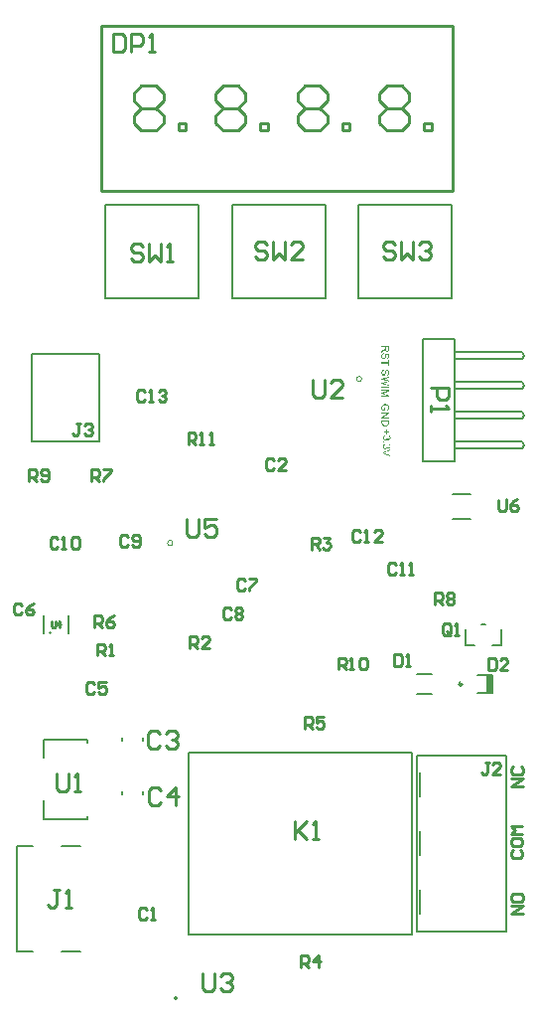
<source format=gto>
G04*
G04 #@! TF.GenerationSoftware,Altium Limited,Altium Designer,25.8.1 (18)*
G04*
G04 Layer_Color=65535*
%FSLAX44Y44*%
%MOMM*%
G71*
G04*
G04 #@! TF.SameCoordinates,9FB52167-E1BE-4782-BDCD-D2F078FF21A9*
G04*
G04*
G04 #@! TF.FilePolarity,Positive*
G04*
G01*
G75*
%ADD10C,0.0500*%
%ADD11C,0.2500*%
%ADD12C,0.1270*%
%ADD13C,0.2000*%
%ADD14C,0.2540*%
%ADD15R,0.5080X1.5870*%
G36*
X324518Y584649D02*
X324509Y584575D01*
Y584491D01*
X324500Y584297D01*
X324472Y584094D01*
X324444Y583872D01*
X324398Y583669D01*
X324370Y583567D01*
X324342Y583484D01*
Y583474D01*
X324333Y583465D01*
X324305Y583410D01*
X324269Y583326D01*
X324204Y583225D01*
X324121Y583114D01*
X324010Y582994D01*
X323880Y582883D01*
X323732Y582772D01*
X323723D01*
X323714Y582762D01*
X323658Y582725D01*
X323566Y582688D01*
X323446Y582633D01*
X323307Y582587D01*
X323141Y582541D01*
X322965Y582513D01*
X322771Y582504D01*
X322761D01*
X322743D01*
X322706D01*
X322660Y582513D01*
X322595D01*
X322530Y582522D01*
X322373Y582559D01*
X322188Y582615D01*
X321994Y582688D01*
X321800Y582799D01*
X321707Y582873D01*
X321615Y582947D01*
X321606Y582957D01*
X321597Y582966D01*
X321569Y582994D01*
X321541Y583031D01*
X321504Y583077D01*
X321467Y583132D01*
X321421Y583206D01*
X321365Y583280D01*
X321319Y583373D01*
X321273Y583474D01*
X321217Y583585D01*
X321171Y583705D01*
X321134Y583844D01*
X321088Y583983D01*
X321060Y584140D01*
X321033Y584306D01*
X321023Y584288D01*
X321005Y584251D01*
X320968Y584196D01*
X320931Y584122D01*
X320829Y583955D01*
X320765Y583872D01*
X320709Y583798D01*
X320690Y583779D01*
X320644Y583733D01*
X320570Y583659D01*
X320478Y583567D01*
X320348Y583465D01*
X320210Y583345D01*
X320043Y583225D01*
X319858Y583095D01*
X318120Y581995D01*
Y583049D01*
X319452Y583890D01*
X319461D01*
X319479Y583909D01*
X319507Y583927D01*
X319544Y583955D01*
X319646Y584020D01*
X319775Y584103D01*
X319914Y584205D01*
X320062Y584306D01*
X320201Y584408D01*
X320330Y584501D01*
X320339Y584510D01*
X320376Y584538D01*
X320432Y584584D01*
X320496Y584649D01*
X320635Y584787D01*
X320700Y584861D01*
X320755Y584935D01*
X320765Y584944D01*
X320774Y584963D01*
X320792Y585000D01*
X320820Y585055D01*
X320848Y585111D01*
X320875Y585176D01*
X320922Y585323D01*
Y585333D01*
X320931Y585351D01*
Y585388D01*
X320940Y585434D01*
X320949Y585499D01*
Y585573D01*
X320959Y585675D01*
Y586766D01*
X318120D01*
Y587616D01*
X324518D01*
Y584649D01*
D02*
G37*
G36*
X320247Y580664D02*
X320238D01*
X320228D01*
X320201Y580654D01*
X320163D01*
X320080Y580636D01*
X319960Y580608D01*
X319840Y580571D01*
X319701Y580534D01*
X319572Y580470D01*
X319452Y580405D01*
X319442Y580396D01*
X319405Y580368D01*
X319341Y580322D01*
X319276Y580248D01*
X319193Y580155D01*
X319109Y580053D01*
X319026Y579915D01*
X318952Y579767D01*
Y579758D01*
X318943Y579748D01*
X318934Y579721D01*
X318925Y579693D01*
X318897Y579600D01*
X318860Y579480D01*
X318823Y579332D01*
X318795Y579166D01*
X318777Y578981D01*
X318767Y578778D01*
Y578694D01*
X318777Y578602D01*
X318786Y578491D01*
X318804Y578362D01*
X318823Y578214D01*
X318860Y578066D01*
X318906Y577927D01*
X318915Y577909D01*
X318934Y577862D01*
X318971Y577798D01*
X319008Y577714D01*
X319072Y577631D01*
X319137Y577539D01*
X319211Y577446D01*
X319304Y577372D01*
X319313Y577363D01*
X319350Y577345D01*
X319396Y577317D01*
X319470Y577280D01*
X319544Y577243D01*
X319636Y577215D01*
X319738Y577197D01*
X319849Y577187D01*
X319858D01*
X319905D01*
X319960Y577197D01*
X320034Y577206D01*
X320108Y577234D01*
X320201Y577261D01*
X320293Y577308D01*
X320376Y577372D01*
X320385Y577382D01*
X320413Y577409D01*
X320450Y577446D01*
X320506Y577511D01*
X320561Y577585D01*
X320626Y577687D01*
X320690Y577807D01*
X320746Y577946D01*
X320755Y577955D01*
X320765Y578001D01*
X320792Y578075D01*
X320802Y578121D01*
X320820Y578186D01*
X320848Y578251D01*
X320866Y578334D01*
X320894Y578426D01*
X320922Y578537D01*
X320949Y578648D01*
X320986Y578778D01*
X321023Y578926D01*
X321060Y579083D01*
Y579092D01*
X321070Y579120D01*
X321079Y579166D01*
X321097Y579221D01*
X321116Y579295D01*
X321134Y579379D01*
X321190Y579563D01*
X321255Y579767D01*
X321319Y579980D01*
X321384Y580164D01*
X321421Y580248D01*
X321458Y580322D01*
Y580331D01*
X321467Y580340D01*
X321504Y580396D01*
X321550Y580479D01*
X321624Y580571D01*
X321707Y580682D01*
X321809Y580793D01*
X321929Y580904D01*
X322059Y580997D01*
X322077Y581006D01*
X322124Y581034D01*
X322198Y581071D01*
X322290Y581107D01*
X322410Y581144D01*
X322549Y581181D01*
X322697Y581209D01*
X322854Y581218D01*
X322863D01*
X322873D01*
X322900D01*
X322937D01*
X323030Y581200D01*
X323150Y581181D01*
X323288Y581154D01*
X323446Y581107D01*
X323603Y581043D01*
X323760Y580950D01*
X323769D01*
X323778Y580941D01*
X323834Y580895D01*
X323908Y580830D01*
X324000Y580747D01*
X324102Y580636D01*
X324213Y580497D01*
X324315Y580331D01*
X324407Y580146D01*
Y580137D01*
X324417Y580118D01*
X324426Y580090D01*
X324444Y580053D01*
X324463Y580007D01*
X324481Y579943D01*
X324518Y579804D01*
X324555Y579628D01*
X324592Y579425D01*
X324620Y579212D01*
X324629Y578972D01*
Y578852D01*
X324620Y578787D01*
Y578722D01*
X324601Y578546D01*
X324574Y578352D01*
X324527Y578149D01*
X324472Y577927D01*
X324398Y577724D01*
Y577714D01*
X324389Y577696D01*
X324370Y577668D01*
X324352Y577631D01*
X324305Y577539D01*
X324222Y577419D01*
X324130Y577280D01*
X324010Y577141D01*
X323871Y577012D01*
X323714Y576892D01*
X323705D01*
X323695Y576882D01*
X323668Y576864D01*
X323640Y576845D01*
X323547Y576799D01*
X323427Y576744D01*
X323279Y576679D01*
X323104Y576633D01*
X322919Y576586D01*
X322715Y576568D01*
X322651Y577382D01*
X322660D01*
X322678D01*
X322706Y577391D01*
X322752Y577400D01*
X322854Y577428D01*
X322993Y577465D01*
X323141Y577520D01*
X323288Y577603D01*
X323427Y577705D01*
X323557Y577835D01*
X323566Y577853D01*
X323603Y577899D01*
X323658Y577992D01*
X323714Y578112D01*
X323769Y578269D01*
X323825Y578454D01*
X323862Y578685D01*
X323871Y578944D01*
Y579073D01*
X323862Y579129D01*
X323853Y579203D01*
X323834Y579369D01*
X323797Y579554D01*
X323751Y579739D01*
X323677Y579915D01*
X323631Y579989D01*
X323584Y580063D01*
X323575Y580081D01*
X323538Y580118D01*
X323473Y580174D01*
X323400Y580229D01*
X323298Y580294D01*
X323187Y580349D01*
X323057Y580386D01*
X322910Y580405D01*
X322891D01*
X322854D01*
X322789Y580396D01*
X322715Y580377D01*
X322623Y580349D01*
X322530Y580303D01*
X322438Y580248D01*
X322346Y580164D01*
X322336Y580155D01*
X322309Y580109D01*
X322281Y580072D01*
X322262Y580035D01*
X322234Y579980D01*
X322198Y579915D01*
X322170Y579832D01*
X322133Y579739D01*
X322096Y579637D01*
X322050Y579517D01*
X322013Y579388D01*
X321966Y579240D01*
X321929Y579073D01*
X321883Y578889D01*
Y578879D01*
X321874Y578842D01*
X321865Y578787D01*
X321846Y578722D01*
X321828Y578639D01*
X321800Y578537D01*
X321772Y578436D01*
X321744Y578325D01*
X321680Y578084D01*
X321615Y577853D01*
X321578Y577742D01*
X321541Y577640D01*
X321513Y577548D01*
X321476Y577474D01*
Y577465D01*
X321467Y577446D01*
X321449Y577419D01*
X321430Y577382D01*
X321375Y577280D01*
X321301Y577160D01*
X321199Y577021D01*
X321088Y576882D01*
X320959Y576753D01*
X320820Y576642D01*
X320802Y576633D01*
X320755Y576596D01*
X320672Y576559D01*
X320561Y576503D01*
X320432Y576457D01*
X320275Y576411D01*
X320099Y576383D01*
X319914Y576374D01*
X319905D01*
X319895D01*
X319868D01*
X319831D01*
X319729Y576392D01*
X319599Y576411D01*
X319452Y576448D01*
X319294Y576494D01*
X319128Y576568D01*
X318952Y576670D01*
X318943D01*
X318934Y576679D01*
X318878Y576725D01*
X318795Y576790D01*
X318703Y576882D01*
X318592Y577002D01*
X318472Y577150D01*
X318361Y577317D01*
X318259Y577511D01*
Y577520D01*
X318250Y577539D01*
X318240Y577566D01*
X318222Y577603D01*
X318204Y577659D01*
X318176Y577724D01*
X318139Y577872D01*
X318092Y578047D01*
X318046Y578260D01*
X318018Y578491D01*
X318009Y578741D01*
Y578889D01*
X318018Y578963D01*
Y579046D01*
X318028Y579138D01*
X318037Y579249D01*
X318074Y579480D01*
X318111Y579721D01*
X318176Y579961D01*
X318259Y580192D01*
Y580201D01*
X318268Y580220D01*
X318287Y580248D01*
X318305Y580285D01*
X318361Y580396D01*
X318444Y580525D01*
X318555Y580673D01*
X318684Y580830D01*
X318841Y580978D01*
X319017Y581117D01*
X319026D01*
X319045Y581135D01*
X319072Y581144D01*
X319109Y581172D01*
X319156Y581191D01*
X319211Y581218D01*
X319350Y581283D01*
X319526Y581348D01*
X319720Y581403D01*
X319942Y581440D01*
X320173Y581459D01*
X320247Y580664D01*
D02*
G37*
G36*
X324518Y570623D02*
X323760D01*
Y572731D01*
X318120D01*
Y573582D01*
X323760D01*
Y575690D01*
X324518D01*
Y570623D01*
D02*
G37*
G36*
X320247Y566501D02*
X320238D01*
X320228D01*
X320201Y566492D01*
X320164D01*
X320080Y566474D01*
X319960Y566446D01*
X319840Y566409D01*
X319701Y566372D01*
X319572Y566307D01*
X319452Y566242D01*
X319442Y566233D01*
X319405Y566205D01*
X319341Y566159D01*
X319276Y566085D01*
X319193Y565993D01*
X319110Y565891D01*
X319026Y565752D01*
X318952Y565604D01*
Y565595D01*
X318943Y565586D01*
X318934Y565558D01*
X318925Y565530D01*
X318897Y565438D01*
X318860Y565318D01*
X318823Y565170D01*
X318795Y565003D01*
X318777Y564818D01*
X318768Y564615D01*
Y564532D01*
X318777Y564440D01*
X318786Y564328D01*
X318804Y564199D01*
X318823Y564051D01*
X318860Y563903D01*
X318906Y563764D01*
X318915Y563746D01*
X318934Y563700D01*
X318971Y563635D01*
X319008Y563552D01*
X319073Y563469D01*
X319137Y563376D01*
X319211Y563284D01*
X319304Y563210D01*
X319313Y563200D01*
X319350Y563182D01*
X319396Y563154D01*
X319470Y563117D01*
X319544Y563080D01*
X319637Y563053D01*
X319738Y563034D01*
X319849Y563025D01*
X319858D01*
X319905D01*
X319960Y563034D01*
X320034Y563043D01*
X320108Y563071D01*
X320201Y563099D01*
X320293Y563145D01*
X320376Y563210D01*
X320386Y563219D01*
X320413Y563247D01*
X320450Y563284D01*
X320506Y563349D01*
X320561Y563422D01*
X320626Y563524D01*
X320691Y563644D01*
X320746Y563783D01*
X320755Y563792D01*
X320765Y563839D01*
X320792Y563913D01*
X320802Y563959D01*
X320820Y564023D01*
X320848Y564088D01*
X320866Y564171D01*
X320894Y564264D01*
X320922Y564375D01*
X320949Y564486D01*
X320986Y564615D01*
X321023Y564763D01*
X321060Y564920D01*
Y564930D01*
X321070Y564957D01*
X321079Y565003D01*
X321097Y565059D01*
X321116Y565133D01*
X321134Y565216D01*
X321190Y565401D01*
X321255Y565604D01*
X321319Y565817D01*
X321384Y566002D01*
X321421Y566085D01*
X321458Y566159D01*
Y566168D01*
X321467Y566178D01*
X321504Y566233D01*
X321550Y566316D01*
X321624Y566409D01*
X321708Y566520D01*
X321809Y566631D01*
X321930Y566742D01*
X322059Y566834D01*
X322077Y566843D01*
X322124Y566871D01*
X322198Y566908D01*
X322290Y566945D01*
X322410Y566982D01*
X322549Y567019D01*
X322697Y567047D01*
X322854Y567056D01*
X322863D01*
X322873D01*
X322900D01*
X322937D01*
X323030Y567038D01*
X323150Y567019D01*
X323289Y566991D01*
X323446Y566945D01*
X323603Y566880D01*
X323760Y566788D01*
X323769D01*
X323779Y566779D01*
X323834Y566732D01*
X323908Y566668D01*
X324001Y566584D01*
X324102Y566474D01*
X324213Y566335D01*
X324315Y566168D01*
X324407Y565984D01*
Y565974D01*
X324417Y565956D01*
X324426Y565928D01*
X324444Y565891D01*
X324463Y565845D01*
X324481Y565780D01*
X324518Y565641D01*
X324555Y565466D01*
X324592Y565262D01*
X324620Y565050D01*
X324629Y564809D01*
Y564689D01*
X324620Y564624D01*
Y564560D01*
X324602Y564384D01*
X324574Y564190D01*
X324528Y563986D01*
X324472Y563764D01*
X324398Y563561D01*
Y563552D01*
X324389Y563533D01*
X324370Y563506D01*
X324352Y563469D01*
X324306Y563376D01*
X324222Y563256D01*
X324130Y563117D01*
X324010Y562979D01*
X323871Y562849D01*
X323714Y562729D01*
X323705D01*
X323695Y562720D01*
X323668Y562701D01*
X323640Y562683D01*
X323548Y562637D01*
X323427Y562581D01*
X323279Y562516D01*
X323104Y562470D01*
X322919Y562424D01*
X322715Y562405D01*
X322651Y563219D01*
X322660D01*
X322678D01*
X322706Y563228D01*
X322752Y563237D01*
X322854Y563265D01*
X322993Y563302D01*
X323141Y563358D01*
X323289Y563441D01*
X323427Y563543D01*
X323557Y563672D01*
X323566Y563691D01*
X323603Y563737D01*
X323658Y563829D01*
X323714Y563949D01*
X323769Y564107D01*
X323825Y564291D01*
X323862Y564523D01*
X323871Y564781D01*
Y564911D01*
X323862Y564967D01*
X323853Y565040D01*
X323834Y565207D01*
X323797Y565392D01*
X323751Y565577D01*
X323677Y565752D01*
X323631Y565826D01*
X323584Y565900D01*
X323575Y565919D01*
X323538Y565956D01*
X323474Y566011D01*
X323400Y566067D01*
X323298Y566131D01*
X323187Y566187D01*
X323057Y566224D01*
X322910Y566242D01*
X322891D01*
X322854D01*
X322789Y566233D01*
X322715Y566215D01*
X322623Y566187D01*
X322530Y566141D01*
X322438Y566085D01*
X322346Y566002D01*
X322336Y565993D01*
X322309Y565947D01*
X322281Y565910D01*
X322262Y565872D01*
X322235Y565817D01*
X322198Y565752D01*
X322170Y565669D01*
X322133Y565577D01*
X322096Y565475D01*
X322050Y565355D01*
X322013Y565225D01*
X321967Y565077D01*
X321930Y564911D01*
X321883Y564726D01*
Y564717D01*
X321874Y564680D01*
X321865Y564624D01*
X321846Y564560D01*
X321828Y564476D01*
X321800Y564375D01*
X321772Y564273D01*
X321745Y564162D01*
X321680Y563922D01*
X321615Y563691D01*
X321578Y563580D01*
X321541Y563478D01*
X321513Y563386D01*
X321476Y563312D01*
Y563302D01*
X321467Y563284D01*
X321449Y563256D01*
X321430Y563219D01*
X321375Y563117D01*
X321301Y562997D01*
X321199Y562859D01*
X321088Y562720D01*
X320959Y562590D01*
X320820Y562479D01*
X320802Y562470D01*
X320755Y562433D01*
X320672Y562396D01*
X320561Y562341D01*
X320432Y562295D01*
X320275Y562248D01*
X320099Y562220D01*
X319914Y562211D01*
X319905D01*
X319895D01*
X319868D01*
X319831D01*
X319729Y562230D01*
X319600Y562248D01*
X319452Y562285D01*
X319294Y562332D01*
X319128Y562405D01*
X318952Y562507D01*
X318943D01*
X318934Y562516D01*
X318878Y562563D01*
X318795Y562627D01*
X318703Y562720D01*
X318592Y562840D01*
X318472Y562988D01*
X318361Y563154D01*
X318259Y563349D01*
Y563358D01*
X318250Y563376D01*
X318241Y563404D01*
X318222Y563441D01*
X318204Y563496D01*
X318176Y563561D01*
X318139Y563709D01*
X318093Y563885D01*
X318046Y564097D01*
X318019Y564328D01*
X318009Y564578D01*
Y564726D01*
X318019Y564800D01*
Y564883D01*
X318028Y564976D01*
X318037Y565087D01*
X318074Y565318D01*
X318111Y565558D01*
X318176Y565799D01*
X318259Y566030D01*
Y566039D01*
X318268Y566057D01*
X318287Y566085D01*
X318305Y566122D01*
X318361Y566233D01*
X318444Y566362D01*
X318555Y566511D01*
X318684Y566668D01*
X318841Y566816D01*
X319017Y566954D01*
X319026D01*
X319045Y566973D01*
X319073Y566982D01*
X319110Y567010D01*
X319156Y567028D01*
X319211Y567056D01*
X319350Y567121D01*
X319526Y567185D01*
X319720Y567241D01*
X319942Y567278D01*
X320173Y567296D01*
X320247Y566501D01*
D02*
G37*
G36*
X324518Y560760D02*
X320321Y559807D01*
X320312D01*
X320293Y559798D01*
X320256Y559789D01*
X320210Y559780D01*
X320145Y559770D01*
X320080Y559752D01*
X319997Y559733D01*
X319905Y559715D01*
X319711Y559669D01*
X319489Y559622D01*
X319248Y559576D01*
X319008Y559530D01*
X319017D01*
X319054Y559521D01*
X319100Y559502D01*
X319174Y559493D01*
X319248Y559475D01*
X319341Y559447D01*
X319544Y559401D01*
X319748Y559345D01*
X319849Y559327D01*
X319942Y559299D01*
X320025Y559280D01*
X320099Y559262D01*
X320154Y559243D01*
X320191Y559234D01*
X324518Y558023D01*
Y556997D01*
X321273Y556091D01*
X321264D01*
X321218Y556072D01*
X321153Y556054D01*
X321070Y556035D01*
X320959Y556007D01*
X320839Y555970D01*
X320700Y555933D01*
X320543Y555896D01*
X320367Y555850D01*
X320191Y555813D01*
X319812Y555730D01*
X319415Y555647D01*
X319008Y555582D01*
X319017D01*
X319036Y555573D01*
X319073D01*
X319119Y555554D01*
X319174Y555545D01*
X319239Y555527D01*
X319322Y555518D01*
X319415Y555490D01*
X319618Y555443D01*
X319858Y555388D01*
X320117Y555332D01*
X320404Y555259D01*
X324518Y554260D01*
Y553400D01*
X318120Y555157D01*
Y555989D01*
X322993Y557330D01*
X323002D01*
X323021Y557339D01*
X323048Y557348D01*
X323094Y557357D01*
X323196Y557385D01*
X323316Y557413D01*
X323446Y557450D01*
X323566Y557487D01*
X323668Y557514D01*
X323714Y557524D01*
X323742Y557533D01*
X323732D01*
X323723Y557542D01*
X323668Y557551D01*
X323584Y557570D01*
X323483Y557598D01*
X323372Y557626D01*
X323242Y557662D01*
X323113Y557690D01*
X322993Y557727D01*
X318120Y559077D01*
Y559965D01*
X324518Y561638D01*
Y560760D01*
D02*
G37*
G36*
Y551616D02*
X318120D01*
Y552466D01*
X324518D01*
Y551616D01*
D02*
G37*
G36*
Y548879D02*
X319979Y547363D01*
X319969D01*
X319951Y547354D01*
X319923Y547344D01*
X319877Y547326D01*
X319766Y547289D01*
X319627Y547243D01*
X319470Y547196D01*
X319313Y547141D01*
X319165Y547095D01*
X319036Y547058D01*
X319054Y547048D01*
X319100Y547039D01*
X319184Y547011D01*
X319294Y546974D01*
X319442Y546928D01*
X319618Y546864D01*
X319821Y546799D01*
X320062Y546716D01*
X324518Y545181D01*
Y544044D01*
X318120D01*
Y544857D01*
X323474D01*
X318120Y546725D01*
Y547483D01*
X323566Y549332D01*
X318120D01*
Y550146D01*
X324518D01*
Y548879D01*
D02*
G37*
G36*
X322913Y514758D02*
X324651D01*
Y514019D01*
X322913D01*
Y512280D01*
X322183D01*
Y514019D01*
X320426D01*
Y514758D01*
X322183D01*
Y516496D01*
X322913D01*
Y514758D01*
D02*
G37*
G36*
X321184Y510598D02*
X321175D01*
X321156Y510588D01*
X321119Y510579D01*
X321073Y510570D01*
X321017Y510561D01*
X320953Y510542D01*
X320814Y510496D01*
X320648Y510431D01*
X320490Y510348D01*
X320343Y510256D01*
X320213Y510145D01*
X320204Y510126D01*
X320167Y510089D01*
X320121Y510015D01*
X320075Y509923D01*
X320019Y509812D01*
X319973Y509673D01*
X319936Y509516D01*
X319926Y509350D01*
Y509294D01*
X319936Y509257D01*
X319945Y509155D01*
X319973Y509026D01*
X320019Y508878D01*
X320084Y508721D01*
X320176Y508564D01*
X320306Y508416D01*
X320324Y508397D01*
X320380Y508351D01*
X320463Y508296D01*
X320574Y508222D01*
X320712Y508148D01*
X320870Y508092D01*
X321054Y508046D01*
X321258Y508027D01*
X321267D01*
X321286D01*
X321313D01*
X321350Y508037D01*
X321452Y508046D01*
X321572Y508074D01*
X321720Y508111D01*
X321868Y508175D01*
X322016Y508268D01*
X322155Y508388D01*
X322173Y508406D01*
X322210Y508453D01*
X322266Y508527D01*
X322330Y508628D01*
X322395Y508758D01*
X322451Y508915D01*
X322488Y509091D01*
X322506Y509285D01*
Y509368D01*
X322497Y509433D01*
X322488Y509516D01*
X322469Y509608D01*
X322451Y509719D01*
X322423Y509840D01*
X323116Y509747D01*
Y509701D01*
X323107Y509664D01*
Y509544D01*
X323125Y509442D01*
X323144Y509322D01*
X323172Y509183D01*
X323218Y509026D01*
X323283Y508878D01*
X323366Y508721D01*
Y508712D01*
X323375Y508702D01*
X323412Y508656D01*
X323477Y508591D01*
X323560Y508517D01*
X323680Y508443D01*
X323819Y508379D01*
X323976Y508332D01*
X324069Y508314D01*
X324170D01*
X324179D01*
X324189D01*
X324244D01*
X324318Y508332D01*
X324420Y508351D01*
X324531Y508388D01*
X324651Y508434D01*
X324771Y508508D01*
X324882Y508610D01*
X324891Y508619D01*
X324928Y508665D01*
X324975Y508730D01*
X325030Y508813D01*
X325076Y508924D01*
X325123Y509054D01*
X325159Y509202D01*
X325169Y509368D01*
Y509442D01*
X325150Y509525D01*
X325132Y509636D01*
X325095Y509756D01*
X325049Y509877D01*
X324975Y510006D01*
X324882Y510126D01*
X324873Y510135D01*
X324827Y510172D01*
X324762Y510228D01*
X324669Y510293D01*
X324549Y510357D01*
X324401Y510422D01*
X324226Y510477D01*
X324022Y510514D01*
X324161Y511300D01*
X324170D01*
X324198Y511291D01*
X324235Y511282D01*
X324291Y511273D01*
X324355Y511254D01*
X324429Y511226D01*
X324605Y511171D01*
X324808Y511078D01*
X325012Y510967D01*
X325206Y510829D01*
X325381Y510653D01*
X325391Y510644D01*
X325400Y510625D01*
X325418Y510598D01*
X325446Y510561D01*
X325483Y510514D01*
X325520Y510450D01*
X325557Y510385D01*
X325603Y510302D01*
X325677Y510117D01*
X325751Y509904D01*
X325798Y509655D01*
X325816Y509525D01*
Y509294D01*
X325807Y509192D01*
X325788Y509072D01*
X325760Y508924D01*
X325714Y508758D01*
X325659Y508591D01*
X325585Y508425D01*
Y508416D01*
X325576Y508406D01*
X325548Y508351D01*
X325492Y508268D01*
X325428Y508175D01*
X325335Y508064D01*
X325233Y507953D01*
X325113Y507842D01*
X324975Y507750D01*
X324956Y507741D01*
X324910Y507713D01*
X324827Y507676D01*
X324725Y507630D01*
X324605Y507584D01*
X324466Y507547D01*
X324309Y507519D01*
X324152Y507510D01*
X324133D01*
X324078D01*
X324004Y507519D01*
X323902Y507537D01*
X323782Y507565D01*
X323652Y507611D01*
X323523Y507667D01*
X323394Y507741D01*
X323375Y507750D01*
X323338Y507778D01*
X323273Y507833D01*
X323200Y507907D01*
X323116Y508000D01*
X323024Y508111D01*
X322941Y508240D01*
X322857Y508397D01*
Y508388D01*
X322848Y508369D01*
X322839Y508342D01*
X322830Y508305D01*
X322793Y508203D01*
X322737Y508074D01*
X322663Y507926D01*
X322571Y507778D01*
X322451Y507639D01*
X322312Y507510D01*
X322293Y507500D01*
X322238Y507463D01*
X322146Y507408D01*
X322025Y507352D01*
X321877Y507297D01*
X321702Y507242D01*
X321498Y507205D01*
X321276Y507195D01*
X321267D01*
X321239D01*
X321193D01*
X321138Y507205D01*
X321064Y507214D01*
X320980Y507232D01*
X320888Y507251D01*
X320786Y507269D01*
X320564Y507343D01*
X320444Y507399D01*
X320333Y507454D01*
X320213Y507528D01*
X320093Y507611D01*
X319973Y507704D01*
X319862Y507815D01*
X319853Y507824D01*
X319834Y507842D01*
X319806Y507879D01*
X319769Y507926D01*
X319723Y507981D01*
X319677Y508055D01*
X319621Y508138D01*
X319575Y508240D01*
X319520Y508342D01*
X319464Y508462D01*
X319418Y508582D01*
X319372Y508721D01*
X319335Y508869D01*
X319307Y509026D01*
X319289Y509183D01*
X319279Y509359D01*
Y509442D01*
X319289Y509497D01*
X319298Y509571D01*
X319307Y509655D01*
X319326Y509747D01*
X319344Y509849D01*
X319400Y510071D01*
X319492Y510302D01*
X319548Y510422D01*
X319612Y510533D01*
X319695Y510644D01*
X319779Y510755D01*
X319788Y510764D01*
X319806Y510783D01*
X319834Y510810D01*
X319871Y510838D01*
X319917Y510884D01*
X319982Y510930D01*
X320047Y510986D01*
X320130Y511041D01*
X320222Y511097D01*
X320315Y511152D01*
X320537Y511254D01*
X320796Y511337D01*
X320934Y511365D01*
X321082Y511384D01*
X321184Y510598D01*
D02*
G37*
G36*
X320287Y505078D02*
X319390D01*
Y505975D01*
X320287D01*
Y505078D01*
D02*
G37*
G36*
X321184Y503136D02*
X321175D01*
X321156Y503127D01*
X321119Y503118D01*
X321073Y503109D01*
X321017Y503100D01*
X320953Y503081D01*
X320814Y503035D01*
X320648Y502970D01*
X320490Y502887D01*
X320343Y502794D01*
X320213Y502683D01*
X320204Y502665D01*
X320167Y502628D01*
X320121Y502554D01*
X320075Y502462D01*
X320019Y502351D01*
X319973Y502212D01*
X319936Y502055D01*
X319926Y501888D01*
Y501833D01*
X319936Y501796D01*
X319945Y501694D01*
X319973Y501565D01*
X320019Y501417D01*
X320084Y501260D01*
X320176Y501102D01*
X320306Y500955D01*
X320324Y500936D01*
X320380Y500890D01*
X320463Y500834D01*
X320574Y500760D01*
X320712Y500686D01*
X320870Y500631D01*
X321054Y500585D01*
X321258Y500566D01*
X321267D01*
X321286D01*
X321313D01*
X321350Y500575D01*
X321452Y500585D01*
X321572Y500612D01*
X321720Y500649D01*
X321868Y500714D01*
X322016Y500807D01*
X322155Y500927D01*
X322173Y500945D01*
X322210Y500992D01*
X322266Y501065D01*
X322330Y501167D01*
X322395Y501297D01*
X322451Y501454D01*
X322488Y501629D01*
X322506Y501824D01*
Y501907D01*
X322497Y501972D01*
X322488Y502055D01*
X322469Y502147D01*
X322451Y502258D01*
X322423Y502378D01*
X323116Y502286D01*
Y502240D01*
X323107Y502203D01*
Y502082D01*
X323125Y501981D01*
X323144Y501861D01*
X323172Y501722D01*
X323218Y501565D01*
X323283Y501417D01*
X323366Y501260D01*
Y501250D01*
X323375Y501241D01*
X323412Y501195D01*
X323477Y501130D01*
X323560Y501056D01*
X323680Y500982D01*
X323819Y500918D01*
X323976Y500871D01*
X324069Y500853D01*
X324170D01*
X324179D01*
X324189D01*
X324244D01*
X324318Y500871D01*
X324420Y500890D01*
X324531Y500927D01*
X324651Y500973D01*
X324771Y501047D01*
X324882Y501149D01*
X324891Y501158D01*
X324928Y501204D01*
X324975Y501269D01*
X325030Y501352D01*
X325076Y501463D01*
X325123Y501592D01*
X325159Y501740D01*
X325169Y501907D01*
Y501981D01*
X325150Y502064D01*
X325132Y502175D01*
X325095Y502295D01*
X325049Y502415D01*
X324975Y502545D01*
X324882Y502665D01*
X324873Y502674D01*
X324827Y502711D01*
X324762Y502767D01*
X324669Y502831D01*
X324549Y502896D01*
X324401Y502961D01*
X324226Y503016D01*
X324022Y503053D01*
X324161Y503839D01*
X324170D01*
X324198Y503830D01*
X324235Y503821D01*
X324291Y503811D01*
X324355Y503793D01*
X324429Y503765D01*
X324605Y503710D01*
X324808Y503617D01*
X325012Y503506D01*
X325206Y503368D01*
X325381Y503192D01*
X325391Y503183D01*
X325400Y503164D01*
X325418Y503136D01*
X325446Y503100D01*
X325483Y503053D01*
X325520Y502989D01*
X325557Y502924D01*
X325603Y502841D01*
X325677Y502656D01*
X325751Y502443D01*
X325798Y502193D01*
X325816Y502064D01*
Y501833D01*
X325807Y501731D01*
X325788Y501611D01*
X325760Y501463D01*
X325714Y501297D01*
X325659Y501130D01*
X325585Y500964D01*
Y500955D01*
X325576Y500945D01*
X325548Y500890D01*
X325492Y500807D01*
X325428Y500714D01*
X325335Y500603D01*
X325233Y500492D01*
X325113Y500381D01*
X324975Y500289D01*
X324956Y500280D01*
X324910Y500252D01*
X324827Y500215D01*
X324725Y500169D01*
X324605Y500122D01*
X324466Y500085D01*
X324309Y500058D01*
X324152Y500048D01*
X324133D01*
X324078D01*
X324004Y500058D01*
X323902Y500076D01*
X323782Y500104D01*
X323652Y500150D01*
X323523Y500206D01*
X323394Y500280D01*
X323375Y500289D01*
X323338Y500317D01*
X323273Y500372D01*
X323200Y500446D01*
X323116Y500538D01*
X323024Y500649D01*
X322941Y500779D01*
X322857Y500936D01*
Y500927D01*
X322848Y500908D01*
X322839Y500881D01*
X322830Y500844D01*
X322793Y500742D01*
X322737Y500612D01*
X322663Y500465D01*
X322571Y500317D01*
X322451Y500178D01*
X322312Y500048D01*
X322293Y500039D01*
X322238Y500002D01*
X322146Y499947D01*
X322025Y499891D01*
X321877Y499836D01*
X321702Y499780D01*
X321498Y499743D01*
X321276Y499734D01*
X321267D01*
X321239D01*
X321193D01*
X321138Y499743D01*
X321064Y499753D01*
X320980Y499771D01*
X320888Y499790D01*
X320786Y499808D01*
X320564Y499882D01*
X320444Y499938D01*
X320333Y499993D01*
X320213Y500067D01*
X320093Y500150D01*
X319973Y500243D01*
X319862Y500354D01*
X319853Y500363D01*
X319834Y500381D01*
X319806Y500418D01*
X319769Y500465D01*
X319723Y500520D01*
X319677Y500594D01*
X319621Y500677D01*
X319575Y500779D01*
X319520Y500881D01*
X319464Y501001D01*
X319418Y501121D01*
X319372Y501260D01*
X319335Y501408D01*
X319307Y501565D01*
X319289Y501722D01*
X319279Y501898D01*
Y501981D01*
X319289Y502036D01*
X319298Y502110D01*
X319307Y502193D01*
X319326Y502286D01*
X319344Y502388D01*
X319400Y502609D01*
X319492Y502841D01*
X319548Y502961D01*
X319612Y503072D01*
X319695Y503183D01*
X319779Y503294D01*
X319788Y503303D01*
X319806Y503321D01*
X319834Y503349D01*
X319871Y503377D01*
X319917Y503423D01*
X319982Y503469D01*
X320047Y503525D01*
X320130Y503580D01*
X320222Y503636D01*
X320315Y503691D01*
X320537Y503793D01*
X320796Y503876D01*
X320934Y503904D01*
X321082Y503922D01*
X321184Y503136D01*
D02*
G37*
G36*
X325788Y498375D02*
X321138Y496711D01*
X321129D01*
X321110Y496702D01*
X321082Y496692D01*
X321045Y496674D01*
X320990Y496665D01*
X320934Y496646D01*
X320796Y496600D01*
X320638Y496544D01*
X320463Y496489D01*
X320093Y496378D01*
X320102D01*
X320121Y496369D01*
X320148Y496359D01*
X320185Y496350D01*
X320287Y496323D01*
X320426Y496276D01*
X320583Y496230D01*
X320759Y496175D01*
X320944Y496110D01*
X321138Y496036D01*
X325788Y494298D01*
Y493438D01*
X319390Y495943D01*
Y496822D01*
X325788Y499300D01*
Y498375D01*
D02*
G37*
G36*
X321440Y538077D02*
X321523D01*
X321624Y538068D01*
X321726Y538049D01*
X321846Y538040D01*
X321976Y538012D01*
X322114Y537994D01*
X322410Y537920D01*
X322715Y537827D01*
X323021Y537698D01*
X323030Y537689D01*
X323057Y537679D01*
X323094Y537661D01*
X323150Y537624D01*
X323224Y537587D01*
X323298Y537541D01*
X323474Y537411D01*
X323677Y537254D01*
X323871Y537060D01*
X324065Y536838D01*
X324148Y536709D01*
X324232Y536579D01*
X324241Y536570D01*
X324250Y536542D01*
X324269Y536505D01*
X324296Y536450D01*
X324324Y536376D01*
X324361Y536293D01*
X324398Y536200D01*
X324435Y536089D01*
X324472Y535969D01*
X324500Y535840D01*
X324537Y535701D01*
X324565Y535553D01*
X324611Y535229D01*
X324629Y535063D01*
Y534767D01*
X324620Y534712D01*
Y534638D01*
X324602Y534462D01*
X324574Y534268D01*
X324528Y534064D01*
X324472Y533843D01*
X324398Y533630D01*
Y533621D01*
X324389Y533602D01*
X324380Y533574D01*
X324361Y533537D01*
X324306Y533436D01*
X324241Y533306D01*
X324148Y533168D01*
X324038Y533020D01*
X323917Y532881D01*
X323769Y532752D01*
X323751Y532733D01*
X323695Y532696D01*
X323612Y532641D01*
X323492Y532567D01*
X323344Y532493D01*
X323159Y532410D01*
X322956Y532326D01*
X322725Y532262D01*
X322521Y533029D01*
X322530D01*
X322540Y533038D01*
X322567Y533047D01*
X322604Y533057D01*
X322688Y533084D01*
X322799Y533121D01*
X322928Y533177D01*
X323048Y533242D01*
X323178Y533306D01*
X323289Y533390D01*
X323298Y533399D01*
X323335Y533427D01*
X323381Y533482D01*
X323446Y533547D01*
X323520Y533630D01*
X323594Y533741D01*
X323668Y533861D01*
X323732Y534000D01*
X323742Y534018D01*
X323760Y534064D01*
X323788Y534148D01*
X323825Y534259D01*
X323853Y534388D01*
X323880Y534536D01*
X323899Y534702D01*
X323908Y534878D01*
Y534980D01*
X323899Y535026D01*
Y535081D01*
X323890Y535220D01*
X323862Y535377D01*
X323834Y535553D01*
X323788Y535719D01*
X323723Y535886D01*
X323714Y535904D01*
X323695Y535960D01*
X323649Y536034D01*
X323603Y536126D01*
X323529Y536237D01*
X323455Y536357D01*
X323363Y536468D01*
X323261Y536570D01*
X323252Y536579D01*
X323215Y536616D01*
X323150Y536662D01*
X323076Y536718D01*
X322984Y536783D01*
X322873Y536847D01*
X322752Y536912D01*
X322623Y536977D01*
X322614D01*
X322595Y536986D01*
X322567Y536995D01*
X322521Y537014D01*
X322466Y537032D01*
X322401Y537051D01*
X322327Y537079D01*
X322244Y537097D01*
X322050Y537143D01*
X321828Y537180D01*
X321597Y537208D01*
X321338Y537217D01*
X321329D01*
X321301D01*
X321255D01*
X321199Y537208D01*
X321125D01*
X321033Y537199D01*
X320940Y537189D01*
X320839Y537180D01*
X320607Y537143D01*
X320367Y537097D01*
X320127Y537023D01*
X319895Y536931D01*
X319886D01*
X319868Y536912D01*
X319840Y536903D01*
X319803Y536875D01*
X319701Y536810D01*
X319572Y536709D01*
X319433Y536589D01*
X319294Y536441D01*
X319165Y536265D01*
X319045Y536071D01*
Y536062D01*
X319036Y536043D01*
X319017Y536015D01*
X318999Y535969D01*
X318980Y535923D01*
X318962Y535858D01*
X318906Y535710D01*
X318860Y535525D01*
X318814Y535322D01*
X318777Y535100D01*
X318768Y534869D01*
Y534776D01*
X318777Y534721D01*
Y534665D01*
X318795Y534527D01*
X318814Y534360D01*
X318851Y534185D01*
X318906Y533991D01*
X318971Y533796D01*
Y533787D01*
X318980Y533769D01*
X318989Y533750D01*
X319008Y533713D01*
X319054Y533611D01*
X319110Y533501D01*
X319174Y533371D01*
X319248Y533232D01*
X319331Y533103D01*
X319424Y532992D01*
X320626D01*
Y534878D01*
X321384D01*
Y532160D01*
X319008D01*
X318999Y532169D01*
X318989Y532188D01*
X318962Y532225D01*
X318925Y532271D01*
X318888Y532326D01*
X318841Y532391D01*
X318786Y532474D01*
X318731Y532557D01*
X318610Y532752D01*
X318481Y532974D01*
X318361Y533205D01*
X318259Y533454D01*
Y533464D01*
X318250Y533482D01*
X318241Y533519D01*
X318222Y533565D01*
X318204Y533630D01*
X318176Y533704D01*
X318157Y533787D01*
X318139Y533870D01*
X318093Y534074D01*
X318046Y534305D01*
X318019Y534554D01*
X318009Y534813D01*
Y534906D01*
X318019Y534971D01*
Y535054D01*
X318028Y535155D01*
X318046Y535266D01*
X318056Y535387D01*
X318111Y535655D01*
X318176Y535941D01*
X318277Y536237D01*
X318333Y536385D01*
X318407Y536533D01*
X318416Y536542D01*
X318425Y536570D01*
X318453Y536607D01*
X318481Y536662D01*
X318527Y536727D01*
X318573Y536792D01*
X318703Y536968D01*
X318869Y537152D01*
X319073Y537347D01*
X319304Y537532D01*
X319572Y537698D01*
X319581D01*
X319609Y537716D01*
X319646Y537735D01*
X319711Y537763D01*
X319775Y537790D01*
X319868Y537818D01*
X319960Y537855D01*
X320071Y537892D01*
X320191Y537929D01*
X320330Y537966D01*
X320469Y537994D01*
X320617Y538022D01*
X320940Y538068D01*
X321282Y538086D01*
X321292D01*
X321329D01*
X321375D01*
X321440Y538077D01*
D02*
G37*
G36*
X324518Y530052D02*
X319489Y526696D01*
X324518D01*
Y525882D01*
X318120D01*
Y526760D01*
X323141Y530107D01*
X318120D01*
Y530921D01*
X324518D01*
Y530052D01*
D02*
G37*
G36*
Y521999D02*
X324509Y521833D01*
X324500Y521648D01*
X324481Y521463D01*
X324454Y521278D01*
X324426Y521121D01*
Y521111D01*
X324417Y521093D01*
Y521065D01*
X324398Y521028D01*
X324370Y520927D01*
X324324Y520797D01*
X324259Y520649D01*
X324176Y520492D01*
X324084Y520335D01*
X323964Y520187D01*
X323954Y520178D01*
X323945Y520168D01*
X323917Y520141D01*
X323890Y520104D01*
X323797Y520011D01*
X323668Y519900D01*
X323511Y519780D01*
X323326Y519651D01*
X323113Y519530D01*
X322873Y519429D01*
X322863D01*
X322845Y519420D01*
X322808Y519401D01*
X322752Y519392D01*
X322688Y519364D01*
X322614Y519346D01*
X322530Y519327D01*
X322429Y519299D01*
X322327Y519272D01*
X322207Y519253D01*
X321948Y519207D01*
X321661Y519179D01*
X321347Y519170D01*
X321338D01*
X321319D01*
X321273D01*
X321227D01*
X321162Y519179D01*
X321088D01*
X320913Y519188D01*
X320709Y519216D01*
X320496Y519244D01*
X320275Y519290D01*
X320053Y519346D01*
X320043D01*
X320025Y519355D01*
X319997Y519364D01*
X319960Y519373D01*
X319858Y519410D01*
X319729Y519466D01*
X319581Y519521D01*
X319433Y519595D01*
X319276Y519688D01*
X319128Y519780D01*
X319110Y519789D01*
X319063Y519826D01*
X318999Y519882D01*
X318915Y519956D01*
X318823Y520039D01*
X318731Y520141D01*
X318629Y520242D01*
X318546Y520363D01*
X318536Y520381D01*
X318509Y520418D01*
X318472Y520483D01*
X318425Y520575D01*
X318370Y520686D01*
X318324Y520816D01*
X318268Y520964D01*
X318222Y521130D01*
Y521148D01*
X318213Y521176D01*
X318204Y521204D01*
X318194Y521296D01*
X318176Y521426D01*
X318157Y521574D01*
X318139Y521749D01*
X318130Y521944D01*
X318120Y522156D01*
Y524458D01*
X324518D01*
Y521999D01*
D02*
G37*
%LPC*%
G36*
X323806Y586766D02*
X321689D01*
Y584861D01*
X321698Y584750D01*
X321707Y584621D01*
X321717Y584473D01*
X321735Y584325D01*
X321763Y584177D01*
X321800Y584048D01*
X321809Y584029D01*
X321828Y583992D01*
X321856Y583937D01*
X321892Y583863D01*
X321948Y583779D01*
X322013Y583696D01*
X322096Y583613D01*
X322188Y583548D01*
X322198Y583539D01*
X322234Y583521D01*
X322290Y583493D01*
X322364Y583456D01*
X322447Y583428D01*
X322540Y583400D01*
X322651Y583382D01*
X322761Y583373D01*
X322771D01*
X322780D01*
X322836Y583382D01*
X322919Y583391D01*
X323030Y583410D01*
X323141Y583456D01*
X323270Y583511D01*
X323390Y583595D01*
X323510Y583705D01*
X323520Y583724D01*
X323557Y583770D01*
X323603Y583844D01*
X323658Y583964D01*
X323714Y584103D01*
X323760Y584288D01*
X323797Y584501D01*
X323806Y584750D01*
Y586766D01*
D02*
G37*
G36*
X323760Y523608D02*
X318878D01*
Y522091D01*
X318888Y522027D01*
X318897Y521888D01*
X318906Y521731D01*
X318925Y521564D01*
X318952Y521398D01*
X318989Y521259D01*
X318999Y521241D01*
X319008Y521195D01*
X319036Y521130D01*
X319073Y521047D01*
X319128Y520954D01*
X319184Y520862D01*
X319248Y520769D01*
X319322Y520677D01*
X319341Y520668D01*
X319378Y520631D01*
X319442Y520575D01*
X319535Y520510D01*
X319655Y520437D01*
X319794Y520353D01*
X319951Y520279D01*
X320127Y520215D01*
X320136D01*
X320154Y520205D01*
X320182Y520196D01*
X320219Y520187D01*
X320265Y520178D01*
X320330Y520159D01*
X320395Y520141D01*
X320469Y520122D01*
X320654Y520094D01*
X320866Y520067D01*
X321107Y520048D01*
X321366Y520039D01*
X321375D01*
X321412D01*
X321458D01*
X321532Y520048D01*
X321615D01*
X321708Y520057D01*
X321819Y520067D01*
X321930Y520076D01*
X322179Y520122D01*
X322438Y520178D01*
X322678Y520261D01*
X322799Y520316D01*
X322900Y520372D01*
X322910D01*
X322928Y520390D01*
X322956Y520409D01*
X322993Y520427D01*
X323085Y520501D01*
X323196Y520594D01*
X323316Y520714D01*
X323437Y520853D01*
X323538Y521010D01*
X323621Y521176D01*
X323631Y521195D01*
X323640Y521241D01*
X323668Y521324D01*
X323695Y521444D01*
X323714Y521592D01*
X323742Y521777D01*
X323751Y521888D01*
Y522008D01*
X323760Y522128D01*
Y523608D01*
D02*
G37*
%LPD*%
D10*
X140066Y419800D02*
G03*
X140066Y419800I-2236J0D01*
G01*
D02*
G03*
X140066Y419800I-2236J0D01*
G01*
X301159Y559405D02*
G03*
X301159Y559405I-2236J0D01*
G01*
D02*
G03*
X301159Y559405I-2236J0D01*
G01*
D11*
X386580Y299470D02*
G03*
X386580Y299470I-1250J0D01*
G01*
D12*
X29660Y184840D02*
Y200840D01*
Y237140D02*
Y252040D01*
X66860Y249540D02*
Y252040D01*
Y184840D02*
Y187440D01*
X29660Y252040D02*
X66860D01*
X29660Y184840D02*
X66860D01*
X153420Y86330D02*
Y241330D01*
X344420D01*
Y86330D02*
Y241330D01*
X153420Y86330D02*
X344420D01*
X45470Y72140D02*
X60870D01*
X7020D02*
X20570D01*
X45470Y161540D02*
X60870D01*
X7020D02*
X20570D01*
X7020Y72140D02*
Y161540D01*
X19510Y506500D02*
X77010D01*
X19510D02*
Y580500D01*
X77010D01*
Y506500D02*
Y580500D01*
D13*
X437573Y506389D02*
X439573Y503189D01*
X437573Y499989D02*
X439573Y503189D01*
X380323Y506389D02*
X437573D01*
X380323Y499989D02*
X437573D01*
Y557189D02*
X439573Y553989D01*
X437573Y550789D02*
X439573Y553989D01*
X380323Y557189D02*
X437573D01*
X380323Y550789D02*
X437573D01*
Y582589D02*
X439573Y579389D01*
X437573Y576189D02*
X439573Y579389D01*
X380323Y582589D02*
X437573D01*
X380323Y576189D02*
X437573D01*
X353423Y488989D02*
Y593589D01*
Y488989D02*
X380323D01*
Y593589D01*
X353423D02*
X380323D01*
Y525389D02*
X437573D01*
X380323Y531789D02*
X437573D01*
Y525389D02*
X439573Y528589D01*
X437573Y531789D02*
X439573Y528589D01*
X96410Y251580D02*
Y253880D01*
X114410Y251580D02*
Y253880D01*
Y205860D02*
Y208160D01*
X96410Y205860D02*
Y208160D01*
X82330Y628020D02*
Y708020D01*
Y628020D02*
X162330D01*
Y708020D01*
X82330D02*
X162330D01*
X190552Y628020D02*
Y708020D01*
Y628020D02*
X270552D01*
Y708020D01*
X190552D02*
X270552D01*
X297870Y628020D02*
Y708020D01*
Y628020D02*
X377870D01*
Y708020D01*
X297870D02*
X377870D01*
X51140Y342770D02*
Y358270D01*
X30140Y342770D02*
Y358270D01*
X378330Y461350D02*
X393830D01*
X378330Y440350D02*
X393830D01*
X400080Y307470D02*
X412780D01*
X400080Y291970D02*
X412780D01*
Y307470D01*
X420630Y332630D02*
Y345880D01*
X389630Y332630D02*
X397380D01*
X412880D02*
X420630D01*
X389630D02*
Y345880D01*
X403380Y350630D02*
X406880D01*
X424101Y89018D02*
Y239018D01*
X348101D02*
X424101D01*
X348101Y89018D02*
Y239018D01*
Y89018D02*
X424101D01*
X351101Y104018D02*
Y124018D01*
Y154018D02*
Y174018D01*
Y204018D02*
Y224018D01*
X348080Y308220D02*
X360580D01*
X348080Y291220D02*
X360580D01*
D14*
X78600Y719940D02*
Y859940D01*
X378600Y719940D02*
Y859940D01*
X78600D02*
X378600D01*
X78600Y719940D02*
X378600D01*
X189621Y363319D02*
X187955Y364985D01*
X184622D01*
X182956Y363319D01*
Y356654D01*
X184622Y354988D01*
X187955D01*
X189621Y356654D01*
X192953Y363319D02*
X194619Y364985D01*
X197951D01*
X199618Y363319D01*
Y361653D01*
X197951Y359987D01*
X199618Y358320D01*
Y356654D01*
X197951Y354988D01*
X194619D01*
X192953Y356654D01*
Y358320D01*
X194619Y359987D01*
X192953Y361653D01*
Y363319D01*
X194619Y359987D02*
X197951D01*
X417442Y456699D02*
X417553Y448369D01*
X419241Y446725D01*
X422573Y446769D01*
X424217Y448457D01*
X424106Y456787D01*
X434102Y456920D02*
X430792Y455210D01*
X427504Y451834D01*
X427549Y448502D01*
X429237Y446858D01*
X432569Y446902D01*
X434213Y448591D01*
X434190Y450257D01*
X432502Y451900D01*
X427504Y451834D01*
X141829Y32157D02*
X142162D01*
X142329Y32323D01*
Y32657D01*
X142162Y32823D01*
X141829D01*
X141662Y32657D01*
Y32323D01*
X141829Y32157D01*
X34900Y343931D02*
X34940D01*
X34960Y343951D01*
Y343991D01*
X34940Y344011D01*
X34900D01*
X34880Y343991D01*
Y343951D01*
X34900Y343931D01*
X151647Y440233D02*
Y427537D01*
X154186Y424998D01*
X159264D01*
X161803Y427537D01*
Y440233D01*
X177038D02*
X166882D01*
Y432616D01*
X171960Y435155D01*
X174499D01*
X177038Y432616D01*
Y427537D01*
X174499Y424998D01*
X169421D01*
X166882Y427537D01*
X359710Y551715D02*
X374945D01*
Y544098D01*
X372406Y541558D01*
X367328D01*
X364789Y544098D01*
Y551715D01*
X359710Y536480D02*
Y531402D01*
Y533941D01*
X374945D01*
X372406Y536480D01*
X88906Y853438D02*
Y838203D01*
X96523D01*
X99062Y840742D01*
Y850898D01*
X96523Y853438D01*
X88906D01*
X104141Y838203D02*
Y853438D01*
X111758D01*
X114298Y850898D01*
Y845820D01*
X111758Y843281D01*
X104141D01*
X119376Y838203D02*
X124454D01*
X121915D01*
Y853438D01*
X119376Y850898D01*
X106680Y802630D02*
X113028Y808978D01*
X125724D01*
X132072Y802630D01*
Y796282D01*
X125724Y789934D01*
X132072Y783586D01*
Y777238D01*
X125724Y770890D01*
X113028D01*
X106680Y777238D01*
Y783586D01*
X113028Y789934D01*
X106680Y796282D01*
Y802630D01*
X113028Y789934D02*
X125724D01*
X144768Y770890D02*
Y777238D01*
X151116D01*
Y770890D01*
X144768D01*
X176507Y802630D02*
X182855Y808978D01*
X195551D01*
X201899Y802630D01*
Y796282D01*
X195551Y789934D01*
X201899Y783586D01*
Y777238D01*
X195551Y770890D01*
X182855D01*
X176507Y777238D01*
Y783586D01*
X182855Y789934D01*
X176507Y796282D01*
Y802630D01*
X182855Y789934D02*
X195551D01*
X214595Y770890D02*
Y777238D01*
X220943D01*
Y770890D01*
X214595D01*
X246335Y802630D02*
X252683Y808978D01*
X265379D01*
X271727Y802630D01*
Y796282D01*
X265379Y789934D01*
X271727Y783586D01*
Y777238D01*
X265379Y770890D01*
X252683D01*
X246335Y777238D01*
Y783586D01*
X252683Y789934D01*
X246335Y796282D01*
Y802630D01*
X252683Y789934D02*
X265379D01*
X284422Y770890D02*
Y777238D01*
X290770D01*
Y770890D01*
X284422D01*
X316162Y802630D02*
X322510Y808978D01*
X335206D01*
X341554Y802630D01*
Y796282D01*
X335206Y789934D01*
X341554Y783586D01*
Y777238D01*
X335206Y770890D01*
X322510D01*
X316162Y777238D01*
Y783586D01*
X322510Y789934D01*
X316162Y796282D01*
Y802630D01*
X322510Y789934D02*
X335206D01*
X354250Y770890D02*
Y777238D01*
X360598D01*
Y770890D01*
X354250D01*
X128691Y257358D02*
X126152Y259897D01*
X121074D01*
X118535Y257358D01*
Y247201D01*
X121074Y244662D01*
X126152D01*
X128691Y247201D01*
X133770Y257358D02*
X136309Y259897D01*
X141387D01*
X143926Y257358D01*
Y254819D01*
X141387Y252280D01*
X138848D01*
X141387D01*
X143926Y249741D01*
Y247201D01*
X141387Y244662D01*
X136309D01*
X133770Y247201D01*
X129579Y209080D02*
X127040Y211619D01*
X121961D01*
X119422Y209080D01*
Y198923D01*
X121961Y196384D01*
X127040D01*
X129579Y198923D01*
X142275Y196384D02*
Y211619D01*
X134657Y204001D01*
X144814D01*
X243843Y182878D02*
Y167642D01*
Y172721D01*
X254000Y182878D01*
X246383Y175260D01*
X254000Y167642D01*
X259078D02*
X264157D01*
X261618D01*
Y182878D01*
X259078Y180338D01*
X165104Y53337D02*
Y40642D01*
X167643Y38103D01*
X172722D01*
X175261Y40642D01*
Y53337D01*
X180339Y50798D02*
X182878Y53337D01*
X187957D01*
X190496Y50798D01*
Y48259D01*
X187957Y45720D01*
X185417D01*
X187957D01*
X190496Y43181D01*
Y40642D01*
X187957Y38103D01*
X182878D01*
X180339Y40642D01*
X363305Y367290D02*
Y377286D01*
X368304D01*
X369970Y375620D01*
Y372288D01*
X368304Y370622D01*
X363305D01*
X366638D02*
X369970Y367290D01*
X373302Y375620D02*
X374968Y377286D01*
X378301D01*
X379967Y375620D01*
Y373954D01*
X378301Y372288D01*
X379967Y370622D01*
Y368956D01*
X378301Y367290D01*
X374968D01*
X373302Y368956D01*
Y370622D01*
X374968Y372288D01*
X373302Y373954D01*
Y375620D01*
X374968Y372288D02*
X378301D01*
X281086Y312049D02*
Y322046D01*
X286084D01*
X287751Y320380D01*
Y317048D01*
X286084Y315382D01*
X281086D01*
X284418D02*
X287751Y312049D01*
X291083D02*
X294415D01*
X292749D01*
Y322046D01*
X291083Y320380D01*
X299414D02*
X301080Y322046D01*
X304412D01*
X306078Y320380D01*
Y313715D01*
X304412Y312049D01*
X301080D01*
X299414Y313715D01*
Y320380D01*
X40643Y223517D02*
Y210822D01*
X43182Y208282D01*
X48261D01*
X50800Y210822D01*
Y223517D01*
X55878Y208282D02*
X60957D01*
X58418D01*
Y223517D01*
X55878Y220978D01*
X259166Y558948D02*
Y546252D01*
X261705Y543713D01*
X266784D01*
X269323Y546252D01*
Y558948D01*
X284558Y543713D02*
X274401D01*
X284558Y553870D01*
Y556409D01*
X282019Y558948D01*
X276940D01*
X274401Y556409D01*
X114712Y671828D02*
X112173Y674368D01*
X107095D01*
X104556Y671828D01*
Y669289D01*
X107095Y666750D01*
X112173D01*
X114712Y664211D01*
Y661672D01*
X112173Y659133D01*
X107095D01*
X104556Y661672D01*
X119791Y674368D02*
Y659133D01*
X124869Y664211D01*
X129948Y659133D01*
Y674368D01*
X135026Y659133D02*
X140104D01*
X137565D01*
Y674368D01*
X135026Y671828D01*
X220217Y674072D02*
X217677Y676611D01*
X212599D01*
X210060Y674072D01*
Y671532D01*
X212599Y668993D01*
X217677D01*
X220217Y666454D01*
Y663915D01*
X217677Y661376D01*
X212599D01*
X210060Y663915D01*
X225295Y676611D02*
Y661376D01*
X230373Y666454D01*
X235452Y661376D01*
Y676611D01*
X250687Y661376D02*
X240530D01*
X250687Y671532D01*
Y674072D01*
X248147Y676611D01*
X243069D01*
X240530Y674072D01*
X329342D02*
X326803Y676611D01*
X321724D01*
X319185Y674072D01*
Y671532D01*
X321724Y668993D01*
X326803D01*
X329342Y666454D01*
Y663915D01*
X326803Y661376D01*
X321724D01*
X319185Y663915D01*
X334420Y676611D02*
Y661376D01*
X339499Y666454D01*
X344577Y661376D01*
Y676611D01*
X349655Y674072D02*
X352195Y676611D01*
X357273D01*
X359812Y674072D01*
Y671532D01*
X357273Y668993D01*
X354734D01*
X357273D01*
X359812Y666454D01*
Y663915D01*
X357273Y661376D01*
X352195D01*
X349655Y663915D01*
X72949Y348062D02*
Y358058D01*
X77948D01*
X79614Y356392D01*
Y353060D01*
X77948Y351394D01*
X72949D01*
X76282D02*
X79614Y348062D01*
X89611Y358058D02*
X86278Y356392D01*
X82946Y353060D01*
Y349728D01*
X84612Y348062D01*
X87944D01*
X89611Y349728D01*
Y351394D01*
X87944Y353060D01*
X82946D01*
X70607Y472547D02*
Y482544D01*
X75606D01*
X77272Y480878D01*
Y477546D01*
X75606Y475880D01*
X70607D01*
X73940D02*
X77272Y472547D01*
X80604Y482544D02*
X87269D01*
Y480878D01*
X80604Y474213D01*
Y472547D01*
X17069Y472522D02*
Y482518D01*
X22068D01*
X23734Y480852D01*
Y477520D01*
X22068Y475854D01*
X17069D01*
X20402D02*
X23734Y472522D01*
X27066Y474188D02*
X28732Y472522D01*
X32064D01*
X33731Y474188D01*
Y480852D01*
X32064Y482518D01*
X28732D01*
X27066Y480852D01*
Y479186D01*
X28732Y477520D01*
X33731D01*
X153091Y503591D02*
Y513588D01*
X158089D01*
X159755Y511922D01*
Y508590D01*
X158089Y506923D01*
X153091D01*
X156423D02*
X159755Y503591D01*
X163088D02*
X166420D01*
X164754D01*
Y513588D01*
X163088Y511922D01*
X171418Y503591D02*
X174750D01*
X173084D01*
Y513588D01*
X171418Y511922D01*
X75886Y323932D02*
Y333928D01*
X80884D01*
X82550Y332262D01*
Y328930D01*
X80884Y327264D01*
X75886D01*
X79218D02*
X82550Y323932D01*
X85882D02*
X89214D01*
X87548D01*
Y333928D01*
X85882Y332262D01*
X154518Y330430D02*
Y340427D01*
X159516D01*
X161182Y338761D01*
Y335428D01*
X159516Y333762D01*
X154518D01*
X157850D02*
X161182Y330430D01*
X171179D02*
X164515D01*
X171179Y337094D01*
Y338761D01*
X169513Y340427D01*
X166181D01*
X164515Y338761D01*
X258916Y424099D02*
Y414101D01*
Y424099D02*
X263201D01*
X264629Y423623D01*
X265105Y423147D01*
X265581Y422195D01*
Y421242D01*
X265105Y420290D01*
X264629Y419814D01*
X263201Y419338D01*
X258916D01*
X262249D02*
X265581Y414101D01*
X268771Y424099D02*
X274008D01*
X271152Y420290D01*
X272580D01*
X273532Y419814D01*
X274008Y419338D01*
X274484Y417910D01*
Y416958D01*
X274008Y415529D01*
X273056Y414577D01*
X271628Y414101D01*
X270199D01*
X268771Y414577D01*
X268295Y415053D01*
X267819Y416005D01*
X43180Y124458D02*
X38102D01*
X40641D01*
Y111762D01*
X38102Y109222D01*
X35563D01*
X33023Y111762D01*
X48258Y109222D02*
X53337D01*
X50798D01*
Y124458D01*
X48258Y121918D01*
X118110Y107472D02*
X116444Y109138D01*
X113112D01*
X111446Y107472D01*
Y100808D01*
X113112Y99142D01*
X116444D01*
X118110Y100808D01*
X121442Y99142D02*
X124775D01*
X123108D01*
Y109138D01*
X121442Y107472D01*
X226335Y490012D02*
X224669Y491678D01*
X221337D01*
X219671Y490012D01*
Y483348D01*
X221337Y481681D01*
X224669D01*
X226335Y483348D01*
X236332Y481681D02*
X229667D01*
X236332Y488346D01*
Y490012D01*
X234666Y491678D01*
X231334D01*
X229667Y490012D01*
X73091Y299523D02*
X71424Y301189D01*
X68092D01*
X66426Y299523D01*
Y292859D01*
X68092Y291192D01*
X71424D01*
X73091Y292859D01*
X83087Y301189D02*
X76423D01*
Y296191D01*
X79755Y297857D01*
X81421D01*
X83087Y296191D01*
Y292859D01*
X81421Y291192D01*
X78089D01*
X76423Y292859D01*
X11509Y366894D02*
X9843Y368560D01*
X6511D01*
X4845Y366894D01*
Y360229D01*
X6511Y358563D01*
X9843D01*
X11509Y360229D01*
X21506Y368560D02*
X18174Y366894D01*
X14842Y363562D01*
Y360229D01*
X16508Y358563D01*
X19840D01*
X21506Y360229D01*
Y361895D01*
X19840Y363562D01*
X14842D01*
X201425Y387894D02*
X199759Y389560D01*
X196427D01*
X194761Y387894D01*
Y381229D01*
X196427Y379563D01*
X199759D01*
X201425Y381229D01*
X204757Y389560D02*
X211422D01*
Y387894D01*
X204757Y381229D01*
Y379563D01*
X101814Y424615D02*
X100148Y426281D01*
X96816D01*
X95149Y424615D01*
Y417951D01*
X96816Y416284D01*
X100148D01*
X101814Y417951D01*
X105146D02*
X106812Y416284D01*
X110145D01*
X111811Y417951D01*
Y424615D01*
X110145Y426281D01*
X106812D01*
X105146Y424615D01*
Y422949D01*
X106812Y421283D01*
X111811D01*
X42114Y423119D02*
X40448Y424785D01*
X37116D01*
X35450Y423119D01*
Y416455D01*
X37116Y414788D01*
X40448D01*
X42114Y416455D01*
X45447Y414788D02*
X48779D01*
X47113D01*
Y424785D01*
X45447Y423119D01*
X53777D02*
X55444Y424785D01*
X58776D01*
X60442Y423119D01*
Y416455D01*
X58776Y414788D01*
X55444D01*
X53777Y416455D01*
Y423119D01*
X330192Y401053D02*
X328526Y402719D01*
X325194D01*
X323528Y401053D01*
Y394389D01*
X325194Y392723D01*
X328526D01*
X330192Y394389D01*
X333525Y392723D02*
X336857D01*
X335191D01*
Y402719D01*
X333525Y401053D01*
X341855Y392723D02*
X345187D01*
X343521D01*
Y402719D01*
X341855Y401053D01*
X300289Y428970D02*
X298623Y430636D01*
X295291D01*
X293625Y428970D01*
Y422305D01*
X295291Y420639D01*
X298623D01*
X300289Y422305D01*
X303621Y420639D02*
X306954D01*
X305288D01*
Y430636D01*
X303621Y428970D01*
X318617Y420639D02*
X311952D01*
X318617Y427304D01*
Y428970D01*
X316950Y430636D01*
X313618D01*
X311952Y428970D01*
X116054Y548846D02*
X114388Y550512D01*
X111056D01*
X109390Y548846D01*
Y542182D01*
X111056Y540516D01*
X114388D01*
X116054Y542182D01*
X119387Y540516D02*
X122719D01*
X121053D01*
Y550512D01*
X119387Y548846D01*
X127717D02*
X129383Y550512D01*
X132716D01*
X134382Y548846D01*
Y547180D01*
X132716Y545514D01*
X131049D01*
X132716D01*
X134382Y543848D01*
Y542182D01*
X132716Y540516D01*
X129383D01*
X127717Y542182D01*
X36348Y353234D02*
Y349069D01*
X37181Y348236D01*
X38847D01*
X39680Y349069D01*
Y353234D01*
X43845Y348236D02*
Y353234D01*
X41346Y350735D01*
X44678D01*
X409015Y321710D02*
Y311713D01*
X414014D01*
X415680Y313379D01*
Y320043D01*
X414014Y321710D01*
X409015D01*
X425676Y311713D02*
X419012D01*
X425676Y318377D01*
Y320043D01*
X424010Y321710D01*
X420678D01*
X419012Y320043D01*
X249246Y58664D02*
Y68661D01*
X254245D01*
X255911Y66995D01*
Y63663D01*
X254245Y61997D01*
X249246D01*
X252579D02*
X255911Y58664D01*
X264242D02*
Y68661D01*
X259243Y63663D01*
X265908D01*
X252319Y261798D02*
Y271795D01*
X257317D01*
X258983Y270129D01*
Y266797D01*
X257317Y265131D01*
X252319D01*
X255651D02*
X258983Y261798D01*
X268980Y271795D02*
X262316D01*
Y266797D01*
X265648Y268463D01*
X267314D01*
X268980Y266797D01*
Y263464D01*
X267314Y261798D01*
X263982D01*
X262316Y263464D01*
X61493Y521500D02*
X58160D01*
X59827D01*
Y513170D01*
X58160Y511503D01*
X56494D01*
X54828Y513170D01*
X64825Y519834D02*
X66491Y521500D01*
X69823D01*
X71489Y519834D01*
Y518168D01*
X69823Y516502D01*
X68157D01*
X69823D01*
X71489Y514836D01*
Y513170D01*
X69823Y511503D01*
X66491D01*
X64825Y513170D01*
X409629Y232777D02*
X406297D01*
X407963D01*
Y224446D01*
X406297Y222780D01*
X404631D01*
X402965Y224446D01*
X419626Y222780D02*
X412962D01*
X419626Y229444D01*
Y231110D01*
X417960Y232777D01*
X414628D01*
X412962Y231110D01*
X376956Y342729D02*
Y349393D01*
X375290Y351059D01*
X371958D01*
X370291Y349393D01*
Y342729D01*
X371958Y341063D01*
X375290D01*
X373624Y344395D02*
X376956Y341063D01*
X375290D02*
X376956Y342729D01*
X380288Y341063D02*
X383620D01*
X381954D01*
Y351059D01*
X380288Y349393D01*
X328615Y325038D02*
Y315042D01*
X333614D01*
X335280Y316708D01*
Y323372D01*
X333614Y325038D01*
X328615D01*
X338612Y315042D02*
X341944D01*
X340278D01*
Y325038D01*
X338612Y323372D01*
X438847Y212745D02*
X428850D01*
X438847Y219410D01*
X428850D01*
X430516Y229407D02*
X428850Y227740D01*
Y224408D01*
X430516Y222742D01*
X437180D01*
X438847Y224408D01*
Y227740D01*
X437180Y229407D01*
X438825Y104420D02*
X428828D01*
X438825Y111085D01*
X428828D01*
Y119415D02*
Y116083D01*
X430494Y114417D01*
X437159D01*
X438825Y116083D01*
Y119415D01*
X437159Y121081D01*
X430494D01*
X428828Y119415D01*
X429986Y158438D02*
X428320Y156772D01*
Y153439D01*
X429986Y151773D01*
X436651D01*
X438317Y153439D01*
Y156772D01*
X436651Y158438D01*
X428320Y166768D02*
Y163436D01*
X429986Y161770D01*
X436651D01*
X438317Y163436D01*
Y166768D01*
X436651Y168435D01*
X429986D01*
X428320Y166768D01*
X438317Y171767D02*
X428320D01*
X431652Y175099D01*
X428320Y178431D01*
X438317D01*
D15*
X410240Y299405D02*
D03*
M02*

</source>
